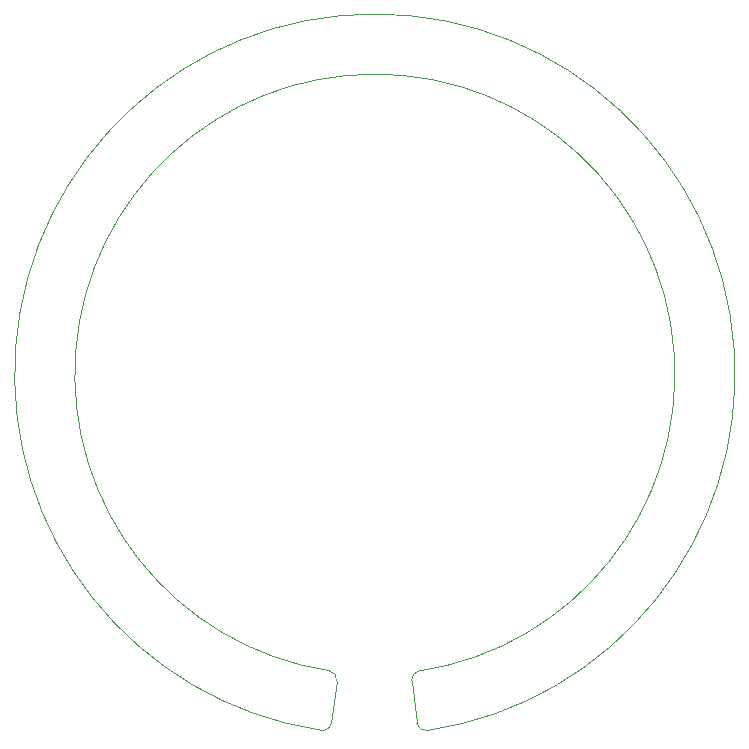
<source format=gm1>
%TF.GenerationSoftware,KiCad,Pcbnew,7.0.8*%
%TF.CreationDate,2024-02-03T20:16:28-05:00*%
%TF.ProjectId,Dew Ring,44657720-5269-46e6-972e-6b696361645f,rev?*%
%TF.SameCoordinates,Original*%
%TF.FileFunction,Profile,NP*%
%FSLAX46Y46*%
G04 Gerber Fmt 4.6, Leading zero omitted, Abs format (unit mm)*
G04 Created by KiCad (PCBNEW 7.0.8) date 2024-02-03 20:16:28*
%MOMM*%
%LPD*%
G01*
G04 APERTURE LIST*
%TA.AperFunction,Profile*%
%ADD10C,0.100000*%
%TD*%
G04 APERTURE END LIST*
D10*
X96002242Y-126668187D02*
G75*
G03*
X96900381Y-126017486I148158J740687D01*
G01*
X97340185Y-122498810D02*
G75*
G03*
X96698199Y-121623900I-739985J130010D01*
G01*
X104980617Y-126694564D02*
G75*
G03*
X96002240Y-126668197I-4400613J30174560D01*
G01*
X97340184Y-122498810D02*
X96900381Y-126017486D01*
X103690001Y-122469999D02*
X104140000Y-126080000D01*
X104341604Y-121642193D02*
G75*
G03*
X103690001Y-122469999I98396J-747807D01*
G01*
X104341604Y-121642190D02*
G75*
G03*
X96698199Y-121623898I-3761603J25122186D01*
G01*
X104140001Y-126080000D02*
G75*
G03*
X104980617Y-126694563I739999J130000D01*
G01*
M02*

</source>
